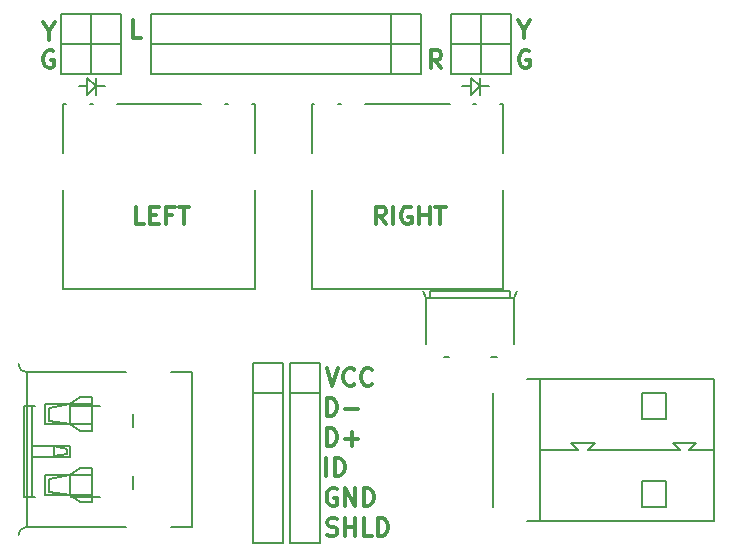
<source format=gbr>
G04 #@! TF.FileFunction,Legend,Top*
%FSLAX46Y46*%
G04 Gerber Fmt 4.6, Leading zero omitted, Abs format (unit mm)*
G04 Created by KiCad (PCBNEW (2015-01-08 BZR 5360)-product) date 2015-01-22T23:58:58 CET*
%MOMM*%
G01*
G04 APERTURE LIST*
%ADD10C,0.100000*%
%ADD11C,0.200000*%
%ADD12C,0.300000*%
%ADD13C,0.150000*%
G04 APERTURE END LIST*
D10*
D11*
X98250000Y-66250000D02*
X99000000Y-67000000D01*
X99000000Y-67000000D02*
X98250000Y-67750000D01*
X98250000Y-67750000D02*
X98250000Y-66250000D01*
X99000000Y-66250000D02*
X99000000Y-67750000D01*
X99000000Y-67000000D02*
X99750000Y-67000000D01*
X98250000Y-67000000D02*
X97500000Y-67000000D01*
X65750000Y-67000000D02*
X65000000Y-67000000D01*
X66500000Y-67000000D02*
X67250000Y-67000000D01*
X66500000Y-66250000D02*
X66500000Y-67750000D01*
X65750000Y-67750000D02*
X65750000Y-66250000D01*
X66500000Y-67000000D02*
X65750000Y-67750000D01*
X65750000Y-66250000D02*
X66500000Y-67000000D01*
D12*
X103135857Y-64020000D02*
X102993000Y-63948571D01*
X102778714Y-63948571D01*
X102564429Y-64020000D01*
X102421571Y-64162857D01*
X102350143Y-64305714D01*
X102278714Y-64591429D01*
X102278714Y-64805714D01*
X102350143Y-65091429D01*
X102421571Y-65234286D01*
X102564429Y-65377143D01*
X102778714Y-65448571D01*
X102921571Y-65448571D01*
X103135857Y-65377143D01*
X103207286Y-65305714D01*
X103207286Y-64805714D01*
X102921571Y-64805714D01*
X102743000Y-62194286D02*
X102743000Y-62908571D01*
X102243000Y-61408571D02*
X102743000Y-62194286D01*
X103243000Y-61408571D01*
X62876857Y-64020000D02*
X62734000Y-63948571D01*
X62519714Y-63948571D01*
X62305429Y-64020000D01*
X62162571Y-64162857D01*
X62091143Y-64305714D01*
X62019714Y-64591429D01*
X62019714Y-64805714D01*
X62091143Y-65091429D01*
X62162571Y-65234286D01*
X62305429Y-65377143D01*
X62519714Y-65448571D01*
X62662571Y-65448571D01*
X62876857Y-65377143D01*
X62948286Y-65305714D01*
X62948286Y-64805714D01*
X62662571Y-64805714D01*
X62484000Y-62321286D02*
X62484000Y-63035571D01*
X61984000Y-61535571D02*
X62484000Y-62321286D01*
X62984000Y-61535571D01*
X91000000Y-78678571D02*
X90500000Y-77964286D01*
X90142857Y-78678571D02*
X90142857Y-77178571D01*
X90714285Y-77178571D01*
X90857143Y-77250000D01*
X90928571Y-77321429D01*
X91000000Y-77464286D01*
X91000000Y-77678571D01*
X90928571Y-77821429D01*
X90857143Y-77892857D01*
X90714285Y-77964286D01*
X90142857Y-77964286D01*
X91642857Y-78678571D02*
X91642857Y-77178571D01*
X93142857Y-77250000D02*
X93000000Y-77178571D01*
X92785714Y-77178571D01*
X92571429Y-77250000D01*
X92428571Y-77392857D01*
X92357143Y-77535714D01*
X92285714Y-77821429D01*
X92285714Y-78035714D01*
X92357143Y-78321429D01*
X92428571Y-78464286D01*
X92571429Y-78607143D01*
X92785714Y-78678571D01*
X92928571Y-78678571D01*
X93142857Y-78607143D01*
X93214286Y-78535714D01*
X93214286Y-78035714D01*
X92928571Y-78035714D01*
X93857143Y-78678571D02*
X93857143Y-77178571D01*
X93857143Y-77892857D02*
X94714286Y-77892857D01*
X94714286Y-78678571D02*
X94714286Y-77178571D01*
X95214286Y-77178571D02*
X96071429Y-77178571D01*
X95642858Y-78678571D02*
X95642858Y-77178571D01*
X70571429Y-78678571D02*
X69857143Y-78678571D01*
X69857143Y-77178571D01*
X71071429Y-77892857D02*
X71571429Y-77892857D01*
X71785715Y-78678571D02*
X71071429Y-78678571D01*
X71071429Y-77178571D01*
X71785715Y-77178571D01*
X72928572Y-77892857D02*
X72428572Y-77892857D01*
X72428572Y-78678571D02*
X72428572Y-77178571D01*
X73142858Y-77178571D01*
X73500000Y-77178571D02*
X74357143Y-77178571D01*
X73928572Y-78678571D02*
X73928572Y-77178571D01*
X95714286Y-65448571D02*
X95214286Y-64734286D01*
X94857143Y-65448571D02*
X94857143Y-63948571D01*
X95428571Y-63948571D01*
X95571429Y-64020000D01*
X95642857Y-64091429D01*
X95714286Y-64234286D01*
X95714286Y-64448571D01*
X95642857Y-64591429D01*
X95571429Y-64662857D01*
X95428571Y-64734286D01*
X94857143Y-64734286D01*
X70314286Y-62908571D02*
X69600000Y-62908571D01*
X69600000Y-61408571D01*
X85995000Y-90853571D02*
X86495000Y-92353571D01*
X86995000Y-90853571D01*
X88352143Y-92210714D02*
X88280714Y-92282143D01*
X88066428Y-92353571D01*
X87923571Y-92353571D01*
X87709286Y-92282143D01*
X87566428Y-92139286D01*
X87495000Y-91996429D01*
X87423571Y-91710714D01*
X87423571Y-91496429D01*
X87495000Y-91210714D01*
X87566428Y-91067857D01*
X87709286Y-90925000D01*
X87923571Y-90853571D01*
X88066428Y-90853571D01*
X88280714Y-90925000D01*
X88352143Y-90996429D01*
X89852143Y-92210714D02*
X89780714Y-92282143D01*
X89566428Y-92353571D01*
X89423571Y-92353571D01*
X89209286Y-92282143D01*
X89066428Y-92139286D01*
X88995000Y-91996429D01*
X88923571Y-91710714D01*
X88923571Y-91496429D01*
X88995000Y-91210714D01*
X89066428Y-91067857D01*
X89209286Y-90925000D01*
X89423571Y-90853571D01*
X89566428Y-90853571D01*
X89780714Y-90925000D01*
X89852143Y-90996429D01*
X86038572Y-94893571D02*
X86038572Y-93393571D01*
X86395715Y-93393571D01*
X86610000Y-93465000D01*
X86752858Y-93607857D01*
X86824286Y-93750714D01*
X86895715Y-94036429D01*
X86895715Y-94250714D01*
X86824286Y-94536429D01*
X86752858Y-94679286D01*
X86610000Y-94822143D01*
X86395715Y-94893571D01*
X86038572Y-94893571D01*
X87538572Y-94322143D02*
X88681429Y-94322143D01*
X86038572Y-97433571D02*
X86038572Y-95933571D01*
X86395715Y-95933571D01*
X86610000Y-96005000D01*
X86752858Y-96147857D01*
X86824286Y-96290714D01*
X86895715Y-96576429D01*
X86895715Y-96790714D01*
X86824286Y-97076429D01*
X86752858Y-97219286D01*
X86610000Y-97362143D01*
X86395715Y-97433571D01*
X86038572Y-97433571D01*
X87538572Y-96862143D02*
X88681429Y-96862143D01*
X88110000Y-97433571D02*
X88110000Y-96290714D01*
X85975000Y-99973571D02*
X85975000Y-98473571D01*
X86689286Y-99973571D02*
X86689286Y-98473571D01*
X87046429Y-98473571D01*
X87260714Y-98545000D01*
X87403572Y-98687857D01*
X87475000Y-98830714D01*
X87546429Y-99116429D01*
X87546429Y-99330714D01*
X87475000Y-99616429D01*
X87403572Y-99759286D01*
X87260714Y-99902143D01*
X87046429Y-99973571D01*
X86689286Y-99973571D01*
X86852143Y-101085000D02*
X86709286Y-101013571D01*
X86495000Y-101013571D01*
X86280715Y-101085000D01*
X86137857Y-101227857D01*
X86066429Y-101370714D01*
X85995000Y-101656429D01*
X85995000Y-101870714D01*
X86066429Y-102156429D01*
X86137857Y-102299286D01*
X86280715Y-102442143D01*
X86495000Y-102513571D01*
X86637857Y-102513571D01*
X86852143Y-102442143D01*
X86923572Y-102370714D01*
X86923572Y-101870714D01*
X86637857Y-101870714D01*
X87566429Y-102513571D02*
X87566429Y-101013571D01*
X88423572Y-102513571D01*
X88423572Y-101013571D01*
X89137858Y-102513571D02*
X89137858Y-101013571D01*
X89495001Y-101013571D01*
X89709286Y-101085000D01*
X89852144Y-101227857D01*
X89923572Y-101370714D01*
X89995001Y-101656429D01*
X89995001Y-101870714D01*
X89923572Y-102156429D01*
X89852144Y-102299286D01*
X89709286Y-102442143D01*
X89495001Y-102513571D01*
X89137858Y-102513571D01*
X86058571Y-104982143D02*
X86272857Y-105053571D01*
X86630000Y-105053571D01*
X86772857Y-104982143D01*
X86844286Y-104910714D01*
X86915714Y-104767857D01*
X86915714Y-104625000D01*
X86844286Y-104482143D01*
X86772857Y-104410714D01*
X86630000Y-104339286D01*
X86344286Y-104267857D01*
X86201428Y-104196429D01*
X86130000Y-104125000D01*
X86058571Y-103982143D01*
X86058571Y-103839286D01*
X86130000Y-103696429D01*
X86201428Y-103625000D01*
X86344286Y-103553571D01*
X86701428Y-103553571D01*
X86915714Y-103625000D01*
X87558571Y-105053571D02*
X87558571Y-103553571D01*
X87558571Y-104267857D02*
X88415714Y-104267857D01*
X88415714Y-105053571D02*
X88415714Y-103553571D01*
X89844286Y-105053571D02*
X89130000Y-105053571D01*
X89130000Y-103553571D01*
X90344286Y-105053571D02*
X90344286Y-103553571D01*
X90701429Y-103553571D01*
X90915714Y-103625000D01*
X91058572Y-103767857D01*
X91130000Y-103910714D01*
X91201429Y-104196429D01*
X91201429Y-104410714D01*
X91130000Y-104696429D01*
X91058572Y-104839286D01*
X90915714Y-104982143D01*
X90701429Y-105053571D01*
X90344286Y-105053571D01*
D13*
X66035000Y-63415000D02*
X66035000Y-60875000D01*
X68575000Y-63415000D02*
X68575000Y-60875000D01*
X68575000Y-60875000D02*
X66035000Y-60875000D01*
X66035000Y-60875000D02*
X63495000Y-60875000D01*
X63495000Y-60875000D02*
X63495000Y-63415000D01*
X63495000Y-63415000D02*
X68575000Y-63415000D01*
X66035000Y-65955000D02*
X66035000Y-63415000D01*
X68575000Y-65955000D02*
X68575000Y-63415000D01*
X68575000Y-63415000D02*
X66035000Y-63415000D01*
X66035000Y-63415000D02*
X63495000Y-63415000D01*
X63495000Y-63415000D02*
X63495000Y-65955000D01*
X63495000Y-65955000D02*
X68575000Y-65955000D01*
X91435000Y-65955000D02*
X71115000Y-65955000D01*
X71115000Y-65955000D02*
X71115000Y-63415000D01*
X71115000Y-63415000D02*
X91435000Y-63415000D01*
X93975000Y-65955000D02*
X91435000Y-65955000D01*
X91435000Y-65955000D02*
X91435000Y-63415000D01*
X93975000Y-65955000D02*
X93975000Y-63415000D01*
X93975000Y-63415000D02*
X91435000Y-63415000D01*
X99055000Y-65955000D02*
X99055000Y-63415000D01*
X101595000Y-65955000D02*
X101595000Y-63415000D01*
X101595000Y-63415000D02*
X99055000Y-63415000D01*
X99055000Y-63415000D02*
X96515000Y-63415000D01*
X96515000Y-63415000D02*
X96515000Y-65955000D01*
X96515000Y-65955000D02*
X101595000Y-65955000D01*
X91435000Y-63415000D02*
X71115000Y-63415000D01*
X71115000Y-63415000D02*
X71115000Y-60875000D01*
X71115000Y-60875000D02*
X91435000Y-60875000D01*
X93975000Y-63415000D02*
X91435000Y-63415000D01*
X91435000Y-63415000D02*
X91435000Y-60875000D01*
X93975000Y-63415000D02*
X93975000Y-60875000D01*
X93975000Y-60875000D02*
X91435000Y-60875000D01*
X99055000Y-63415000D02*
X99055000Y-60875000D01*
X101595000Y-63415000D02*
X101595000Y-60875000D01*
X101595000Y-60875000D02*
X99055000Y-60875000D01*
X99055000Y-60875000D02*
X96515000Y-60875000D01*
X96515000Y-60875000D02*
X96515000Y-63415000D01*
X96515000Y-63415000D02*
X101595000Y-63415000D01*
X100690000Y-68490000D02*
X100930000Y-68490000D01*
X98400000Y-68490000D02*
X98690000Y-68490000D01*
X89260000Y-68490000D02*
X96410000Y-68490000D01*
X84970000Y-68490000D02*
X84730000Y-68490000D01*
X86970000Y-68490000D02*
X87260000Y-68490000D01*
X100930000Y-72600000D02*
X100930000Y-68490000D01*
X84730000Y-68490000D02*
X84730000Y-72600000D01*
X84730000Y-75780000D02*
X84730000Y-84190000D01*
X84730000Y-84190000D02*
X100930000Y-84190000D01*
X100930000Y-84190000D02*
X100930000Y-75780000D01*
X79660000Y-68490000D02*
X79900000Y-68490000D01*
X77370000Y-68490000D02*
X77660000Y-68490000D01*
X68230000Y-68490000D02*
X75380000Y-68490000D01*
X63940000Y-68490000D02*
X63700000Y-68490000D01*
X65940000Y-68490000D02*
X66230000Y-68490000D01*
X79900000Y-72600000D02*
X79900000Y-68490000D01*
X63700000Y-68490000D02*
X63700000Y-72600000D01*
X63700000Y-75780000D02*
X63700000Y-84190000D01*
X63700000Y-84190000D02*
X79900000Y-84190000D01*
X79900000Y-84190000D02*
X79900000Y-75780000D01*
X82280000Y-92945000D02*
X82280000Y-105645000D01*
X82280000Y-105645000D02*
X79740000Y-105645000D01*
X79740000Y-105645000D02*
X79740000Y-92945000D01*
X82280000Y-90405000D02*
X82280000Y-92945000D01*
X82280000Y-92945000D02*
X79740000Y-92945000D01*
X82280000Y-90405000D02*
X79740000Y-90405000D01*
X79740000Y-90405000D02*
X79740000Y-92945000D01*
X85455000Y-92945000D02*
X85455000Y-105645000D01*
X85455000Y-105645000D02*
X82915000Y-105645000D01*
X82915000Y-105645000D02*
X82915000Y-92945000D01*
X85455000Y-90405000D02*
X85455000Y-92945000D01*
X85455000Y-92945000D02*
X82915000Y-92945000D01*
X85455000Y-90405000D02*
X82915000Y-90405000D01*
X82915000Y-90405000D02*
X82915000Y-92945000D01*
X69000000Y-104300000D02*
X60600000Y-104300000D01*
X74600000Y-104300000D02*
X72800000Y-104300000D01*
X69000000Y-91200000D02*
X60600000Y-91200000D01*
X74600000Y-91200000D02*
X72800000Y-91200000D01*
X62200000Y-101600000D02*
X64150000Y-101600000D01*
X62200000Y-99900000D02*
X62200000Y-101600000D01*
X64200000Y-99900000D02*
X62200000Y-99900000D01*
X64200000Y-99900000D02*
X66100000Y-99900000D01*
X64150000Y-101600000D02*
X66100000Y-101600000D01*
X65150000Y-102200000D02*
X64250000Y-101600000D01*
X66100000Y-102200000D02*
X65150000Y-102200000D01*
X65150000Y-99300000D02*
X64250000Y-99900000D01*
X66100000Y-99300000D02*
X65150000Y-99300000D01*
X66100000Y-102200000D02*
X66100000Y-99300000D01*
X64250000Y-99900000D02*
X64250000Y-101600000D01*
X62500000Y-100200000D02*
X62500000Y-101300000D01*
X62500000Y-101300000D02*
X64250000Y-101600000D01*
X62500000Y-100200000D02*
X64250000Y-99900000D01*
X62500000Y-94200000D02*
X64250000Y-93900000D01*
X62500000Y-95300000D02*
X64250000Y-95600000D01*
X62500000Y-94200000D02*
X62500000Y-95300000D01*
X64250000Y-93900000D02*
X64250000Y-95600000D01*
X66100000Y-96200000D02*
X66100000Y-93300000D01*
X66100000Y-93300000D02*
X65150000Y-93300000D01*
X65150000Y-93300000D02*
X64250000Y-93900000D01*
X66100000Y-96200000D02*
X65150000Y-96200000D01*
X65150000Y-96200000D02*
X64250000Y-95600000D01*
X64150000Y-95600000D02*
X66100000Y-95600000D01*
X64200000Y-93900000D02*
X66100000Y-93900000D01*
X64200000Y-93900000D02*
X62200000Y-93900000D01*
X62200000Y-93900000D02*
X62200000Y-95600000D01*
X62200000Y-95600000D02*
X64150000Y-95600000D01*
X60600000Y-104300000D02*
G75*
G03X59900000Y-105000000I0J-700000D01*
G01*
X59900000Y-90500000D02*
G75*
G03X60600000Y-91200000I700000J0D01*
G01*
X74600000Y-91200000D02*
X74600000Y-104300000D01*
X60600000Y-104300000D02*
X60600000Y-91200000D01*
X118760000Y-103810000D02*
X104030000Y-103800000D01*
X104010000Y-91800000D02*
X118760000Y-91800000D01*
X104030000Y-91800000D02*
X103000000Y-91800000D01*
X104030000Y-103800000D02*
X103000000Y-103800000D01*
X100120000Y-92950000D02*
X100120000Y-102650000D01*
X114700000Y-93000000D02*
X112700000Y-93000000D01*
X112700000Y-93000000D02*
X112700000Y-95200000D01*
X112700000Y-95200000D02*
X114700000Y-95200000D01*
X114700000Y-95200000D02*
X114700000Y-93000000D01*
X114700000Y-102600000D02*
X112700000Y-102600000D01*
X112700000Y-102600000D02*
X112700000Y-100400000D01*
X112700000Y-100400000D02*
X114700000Y-100400000D01*
X114700000Y-100400000D02*
X114700000Y-102600000D01*
X104100000Y-97800000D02*
X107300000Y-97800000D01*
X107300000Y-97800000D02*
X106700000Y-97200000D01*
X106700000Y-97200000D02*
X108700000Y-97200000D01*
X108700000Y-97200000D02*
X108100000Y-97800000D01*
X108100000Y-97800000D02*
X115900000Y-97800000D01*
X115900000Y-97800000D02*
X115300000Y-97200000D01*
X115300000Y-97200000D02*
X117300000Y-97200000D01*
X117300000Y-97200000D02*
X116700000Y-97800000D01*
X116700000Y-97800000D02*
X118700000Y-97800000D01*
X104030000Y-103800000D02*
X104030000Y-91800000D01*
X118760000Y-91800000D02*
X118760000Y-103800000D01*
X64350000Y-94050000D02*
X66850000Y-94050000D01*
X60350000Y-94050000D02*
X61350000Y-94050000D01*
X61350000Y-101750000D02*
X60350000Y-101750000D01*
X66850000Y-101750000D02*
X64350000Y-101750000D01*
X69600000Y-100000000D02*
X69600000Y-101050000D01*
X69600000Y-94750000D02*
X69600000Y-95800000D01*
X62900000Y-98300000D02*
X64000000Y-98100000D01*
X64000000Y-98100000D02*
X64000000Y-97700000D01*
X64000000Y-97700000D02*
X62900000Y-97450000D01*
X62900000Y-97450000D02*
X62900000Y-98350000D01*
X61050000Y-97450000D02*
X64250000Y-97450000D01*
X64250000Y-97450000D02*
X64250000Y-98350000D01*
X64250000Y-98350000D02*
X61050000Y-98350000D01*
X61050000Y-94050000D02*
X61050000Y-101750000D01*
X60350000Y-101750000D02*
X60350000Y-94050000D01*
X94450000Y-84900000D02*
X94450000Y-88800000D01*
X101850000Y-88800000D02*
X101850000Y-84900000D01*
X99900000Y-89900000D02*
X100400000Y-89900000D01*
X95900000Y-89900000D02*
X96400000Y-89900000D01*
X94750000Y-84300000D02*
X101550000Y-84300000D01*
X101550000Y-84300000D02*
X101550000Y-84900000D01*
X94750000Y-84300000D02*
X94750000Y-84900000D01*
X94450000Y-84900000D02*
X94150000Y-84300000D01*
X101850000Y-84900000D02*
X102150000Y-84300000D01*
X94450000Y-84900000D02*
X101850000Y-84900000D01*
M02*

</source>
